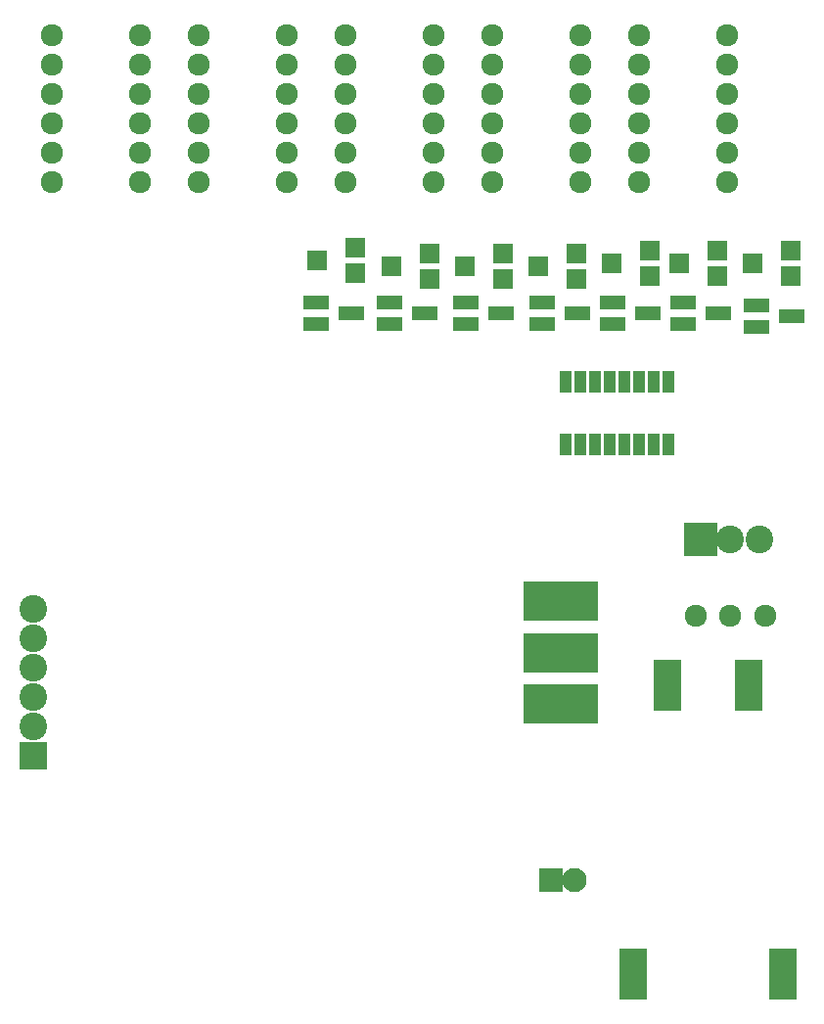
<source format=gbr>
G04 #@! TF.FileFunction,Soldermask,Bot*
%FSLAX46Y46*%
G04 Gerber Fmt 4.6, Leading zero omitted, Abs format (unit mm)*
G04 Created by KiCad (PCBNEW 4.0.2+dfsg1-stable) date Pi  3. máj 2019, 19:30:47 CEST*
%MOMM*%
G01*
G04 APERTURE LIST*
%ADD10C,0.100000*%
%ADD11C,1.924000*%
%ADD12R,2.900000X2.900000*%
%ADD13C,2.400000*%
%ADD14R,2.200860X1.200100*%
%ADD15R,2.100000X2.100000*%
%ADD16C,2.100000*%
%ADD17R,2.400000X2.400000*%
%ADD18R,1.000000X1.900000*%
%ADD19R,1.800000X1.800000*%
%ADD20R,6.400000X3.400000*%
%ADD21R,2.400000X4.400000*%
G04 APERTURE END LIST*
D10*
D11*
X183594000Y-106712000D03*
X180594000Y-106712000D03*
X177594000Y-106712000D03*
D12*
X178054000Y-100076000D03*
D13*
X180594000Y-100076000D03*
X183134000Y-100076000D03*
D14*
X164360860Y-81468000D03*
X164360860Y-79568000D03*
X167363140Y-80518000D03*
X170456860Y-81468000D03*
X170456860Y-79568000D03*
X173459140Y-80518000D03*
X176552860Y-81468000D03*
X176552860Y-79568000D03*
X179555140Y-80518000D03*
X182902860Y-81722000D03*
X182902860Y-79822000D03*
X185905140Y-80772000D03*
X144802860Y-81468000D03*
X144802860Y-79568000D03*
X147805140Y-80518000D03*
X151152860Y-81468000D03*
X151152860Y-79568000D03*
X154155140Y-80518000D03*
X157756860Y-81468000D03*
X157756860Y-79568000D03*
X160759140Y-80518000D03*
D11*
X134620000Y-56515000D03*
X134620000Y-59055000D03*
X134620000Y-61595000D03*
X134620000Y-64135000D03*
X134620000Y-66675000D03*
X134620000Y-69215000D03*
X142240000Y-69215000D03*
X142240000Y-66675000D03*
X142240000Y-64135000D03*
X142240000Y-61595000D03*
X142240000Y-59055000D03*
X142240000Y-56515000D03*
X121920000Y-56515000D03*
X121920000Y-59055000D03*
X121920000Y-61595000D03*
X121920000Y-64135000D03*
X121920000Y-66675000D03*
X121920000Y-69215000D03*
X129540000Y-69215000D03*
X129540000Y-66675000D03*
X129540000Y-64135000D03*
X129540000Y-61595000D03*
X129540000Y-59055000D03*
X129540000Y-56515000D03*
D15*
X165100000Y-129540000D03*
D16*
X167100000Y-129540000D03*
D17*
X120318000Y-118788000D03*
D13*
X120318000Y-116248000D03*
X120318000Y-113708000D03*
X120318000Y-111168000D03*
X120318000Y-108628000D03*
X120318000Y-106088000D03*
D18*
X175260000Y-91854000D03*
X173990000Y-91854000D03*
X172720000Y-91854000D03*
X171450000Y-91854000D03*
X170180000Y-91854000D03*
X168910000Y-91854000D03*
X167640000Y-91854000D03*
X166370000Y-91854000D03*
X166370000Y-86454000D03*
X167640000Y-86454000D03*
X168910000Y-86454000D03*
X170180000Y-86454000D03*
X171450000Y-86454000D03*
X172720000Y-86454000D03*
X173990000Y-86454000D03*
X175260000Y-86454000D03*
D11*
X172720000Y-56515000D03*
X172720000Y-59055000D03*
X172720000Y-61595000D03*
X172720000Y-64135000D03*
X172720000Y-66675000D03*
X172720000Y-69215000D03*
X180340000Y-69215000D03*
X180340000Y-66675000D03*
X180340000Y-64135000D03*
X180340000Y-61595000D03*
X180340000Y-59055000D03*
X180340000Y-56515000D03*
X147320000Y-56515000D03*
X147320000Y-59055000D03*
X147320000Y-61595000D03*
X147320000Y-64135000D03*
X147320000Y-66675000D03*
X147320000Y-69215000D03*
X154940000Y-69215000D03*
X154940000Y-66675000D03*
X154940000Y-64135000D03*
X154940000Y-61595000D03*
X154940000Y-59055000D03*
X154940000Y-56515000D03*
X160020000Y-56515000D03*
X160020000Y-59055000D03*
X160020000Y-61595000D03*
X160020000Y-64135000D03*
X160020000Y-66675000D03*
X160020000Y-69215000D03*
X167640000Y-69215000D03*
X167640000Y-66675000D03*
X167640000Y-64135000D03*
X167640000Y-61595000D03*
X167640000Y-59055000D03*
X167640000Y-56515000D03*
D19*
X185850000Y-75100000D03*
X185850000Y-77300000D03*
X182550000Y-76200000D03*
X179500000Y-75100000D03*
X179500000Y-77300000D03*
X176200000Y-76200000D03*
X173658000Y-75100000D03*
X173658000Y-77300000D03*
X170358000Y-76200000D03*
X167308000Y-75354000D03*
X167308000Y-77554000D03*
X164008000Y-76454000D03*
X160958000Y-75354000D03*
X160958000Y-77554000D03*
X157658000Y-76454000D03*
X154608000Y-75354000D03*
X154608000Y-77554000D03*
X151308000Y-76454000D03*
X148131000Y-74846000D03*
X148131000Y-77046000D03*
X144831000Y-75946000D03*
D20*
X165936000Y-105438000D03*
X165936000Y-109938000D03*
X165936000Y-114338000D03*
D21*
X185180000Y-137684000D03*
X172180000Y-137684000D03*
X182180000Y-112684000D03*
X175180000Y-112684000D03*
M02*

</source>
